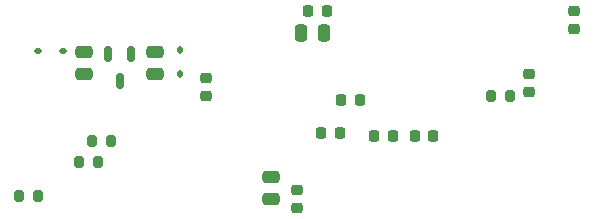
<source format=gbr>
%TF.GenerationSoftware,KiCad,Pcbnew,7.0.2*%
%TF.CreationDate,2023-05-12T00:45:21-04:00*%
%TF.ProjectId,H503-0.2,48353033-2d30-42e3-922e-6b696361645f,rev?*%
%TF.SameCoordinates,Original*%
%TF.FileFunction,Paste,Bot*%
%TF.FilePolarity,Positive*%
%FSLAX46Y46*%
G04 Gerber Fmt 4.6, Leading zero omitted, Abs format (unit mm)*
G04 Created by KiCad (PCBNEW 7.0.2) date 2023-05-12 00:45:21*
%MOMM*%
%LPD*%
G01*
G04 APERTURE LIST*
G04 Aperture macros list*
%AMRoundRect*
0 Rectangle with rounded corners*
0 $1 Rounding radius*
0 $2 $3 $4 $5 $6 $7 $8 $9 X,Y pos of 4 corners*
0 Add a 4 corners polygon primitive as box body*
4,1,4,$2,$3,$4,$5,$6,$7,$8,$9,$2,$3,0*
0 Add four circle primitives for the rounded corners*
1,1,$1+$1,$2,$3*
1,1,$1+$1,$4,$5*
1,1,$1+$1,$6,$7*
1,1,$1+$1,$8,$9*
0 Add four rect primitives between the rounded corners*
20,1,$1+$1,$2,$3,$4,$5,0*
20,1,$1+$1,$4,$5,$6,$7,0*
20,1,$1+$1,$6,$7,$8,$9,0*
20,1,$1+$1,$8,$9,$2,$3,0*%
G04 Aperture macros list end*
%ADD10RoundRect,0.225000X-0.225000X-0.250000X0.225000X-0.250000X0.225000X0.250000X-0.225000X0.250000X0*%
%ADD11RoundRect,0.150000X-0.150000X0.512500X-0.150000X-0.512500X0.150000X-0.512500X0.150000X0.512500X0*%
%ADD12RoundRect,0.225000X0.250000X-0.225000X0.250000X0.225000X-0.250000X0.225000X-0.250000X-0.225000X0*%
%ADD13RoundRect,0.200000X-0.200000X-0.275000X0.200000X-0.275000X0.200000X0.275000X-0.200000X0.275000X0*%
%ADD14RoundRect,0.225000X-0.250000X0.225000X-0.250000X-0.225000X0.250000X-0.225000X0.250000X0.225000X0*%
%ADD15RoundRect,0.200000X0.200000X0.275000X-0.200000X0.275000X-0.200000X-0.275000X0.200000X-0.275000X0*%
%ADD16RoundRect,0.225000X0.225000X0.250000X-0.225000X0.250000X-0.225000X-0.250000X0.225000X-0.250000X0*%
%ADD17RoundRect,0.112500X0.112500X-0.187500X0.112500X0.187500X-0.112500X0.187500X-0.112500X-0.187500X0*%
%ADD18RoundRect,0.250000X0.250000X0.475000X-0.250000X0.475000X-0.250000X-0.475000X0.250000X-0.475000X0*%
%ADD19RoundRect,0.250000X-0.475000X0.250000X-0.475000X-0.250000X0.475000X-0.250000X0.475000X0.250000X0*%
%ADD20RoundRect,0.112500X0.187500X0.112500X-0.187500X0.112500X-0.187500X-0.112500X0.187500X-0.112500X0*%
G04 APERTURE END LIST*
D10*
%TO.C,C10*%
X92392200Y-47675000D03*
X93942200Y-47675000D03*
%TD*%
D11*
%TO.C,U1*%
X76400000Y-53637500D03*
X77350000Y-51362500D03*
X75450000Y-51362500D03*
%TD*%
D12*
%TO.C,C14*%
X83718400Y-54902400D03*
X83718400Y-53352400D03*
%TD*%
D13*
%TO.C,R1*%
X67875000Y-63320000D03*
X69525000Y-63320000D03*
%TD*%
D14*
%TO.C,C1*%
X114909600Y-47688200D03*
X114909600Y-49238200D03*
%TD*%
D10*
%TO.C,C9*%
X95185000Y-55180000D03*
X96735000Y-55180000D03*
%TD*%
D15*
%TO.C,R2*%
X75700000Y-58700000D03*
X74050000Y-58700000D03*
%TD*%
D16*
%TO.C,FB1*%
X99515000Y-58300000D03*
X97965000Y-58300000D03*
%TD*%
D17*
%TO.C,D2*%
X81500000Y-50950000D03*
X81500000Y-53050000D03*
%TD*%
D18*
%TO.C,C11*%
X93700000Y-49540000D03*
X91800000Y-49540000D03*
%TD*%
D13*
%TO.C,R9*%
X72950000Y-60500000D03*
X74600000Y-60500000D03*
%TD*%
D14*
%TO.C,C8*%
X91440000Y-62852000D03*
X91440000Y-64402000D03*
%TD*%
D16*
%TO.C,C7*%
X95045000Y-58030000D03*
X93495000Y-58030000D03*
%TD*%
D19*
%TO.C,C12*%
X89180000Y-61700000D03*
X89180000Y-63600000D03*
%TD*%
%TO.C,C3*%
X73400000Y-53050000D03*
X73400000Y-51150000D03*
%TD*%
D15*
%TO.C,R3*%
X109485000Y-54920000D03*
X107835000Y-54920000D03*
%TD*%
D19*
%TO.C,C4*%
X79400000Y-51150000D03*
X79400000Y-53050000D03*
%TD*%
D20*
%TO.C,D3*%
X69507500Y-51110000D03*
X71607500Y-51110000D03*
%TD*%
D10*
%TO.C,C2*%
X101395000Y-58300000D03*
X102945000Y-58300000D03*
%TD*%
D12*
%TO.C,C13*%
X111090000Y-54535000D03*
X111090000Y-52985000D03*
%TD*%
M02*

</source>
